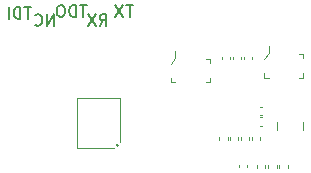
<source format=gbr>
%TF.GenerationSoftware,KiCad,Pcbnew,8.0.3*%
%TF.CreationDate,2024-06-28T03:43:35+08:00*%
%TF.ProjectId,hpm_dap,68706d5f-6461-4702-9e6b-696361645f70,rev?*%
%TF.SameCoordinates,Original*%
%TF.FileFunction,Legend,Bot*%
%TF.FilePolarity,Positive*%
%FSLAX46Y46*%
G04 Gerber Fmt 4.6, Leading zero omitted, Abs format (unit mm)*
G04 Created by KiCad (PCBNEW 8.0.3) date 2024-06-28 03:43:35*
%MOMM*%
%LPD*%
G01*
G04 APERTURE LIST*
%ADD10C,0.150000*%
%ADD11C,0.200000*%
%ADD12C,0.120000*%
%ADD13C,0.100000*%
G04 APERTURE END LIST*
D10*
X65388876Y-25440619D02*
X64817448Y-25440619D01*
X65103162Y-26440619D02*
X65103162Y-25440619D01*
X64579352Y-25440619D02*
X63912686Y-26440619D01*
X63912686Y-25440619D02*
X64579352Y-26440619D01*
X62563113Y-27200219D02*
X62896446Y-26724028D01*
X63134541Y-27200219D02*
X63134541Y-26200219D01*
X63134541Y-26200219D02*
X62753589Y-26200219D01*
X62753589Y-26200219D02*
X62658351Y-26247838D01*
X62658351Y-26247838D02*
X62610732Y-26295457D01*
X62610732Y-26295457D02*
X62563113Y-26390695D01*
X62563113Y-26390695D02*
X62563113Y-26533552D01*
X62563113Y-26533552D02*
X62610732Y-26628790D01*
X62610732Y-26628790D02*
X62658351Y-26676409D01*
X62658351Y-26676409D02*
X62753589Y-26724028D01*
X62753589Y-26724028D02*
X63134541Y-26724028D01*
X62229779Y-26200219D02*
X61563113Y-27200219D01*
X61563113Y-26200219D02*
X62229779Y-27200219D01*
X61475443Y-25440619D02*
X60904015Y-25440619D01*
X61189729Y-26440619D02*
X61189729Y-25440619D01*
X60570681Y-26440619D02*
X60570681Y-25440619D01*
X60570681Y-25440619D02*
X60332586Y-25440619D01*
X60332586Y-25440619D02*
X60189729Y-25488238D01*
X60189729Y-25488238D02*
X60094491Y-25583476D01*
X60094491Y-25583476D02*
X60046872Y-25678714D01*
X60046872Y-25678714D02*
X59999253Y-25869190D01*
X59999253Y-25869190D02*
X59999253Y-26012047D01*
X59999253Y-26012047D02*
X60046872Y-26202523D01*
X60046872Y-26202523D02*
X60094491Y-26297761D01*
X60094491Y-26297761D02*
X60189729Y-26393000D01*
X60189729Y-26393000D02*
X60332586Y-26440619D01*
X60332586Y-26440619D02*
X60570681Y-26440619D01*
X59380205Y-25440619D02*
X59189729Y-25440619D01*
X59189729Y-25440619D02*
X59094491Y-25488238D01*
X59094491Y-25488238D02*
X58999253Y-25583476D01*
X58999253Y-25583476D02*
X58951634Y-25773952D01*
X58951634Y-25773952D02*
X58951634Y-26107285D01*
X58951634Y-26107285D02*
X58999253Y-26297761D01*
X58999253Y-26297761D02*
X59094491Y-26393000D01*
X59094491Y-26393000D02*
X59189729Y-26440619D01*
X59189729Y-26440619D02*
X59380205Y-26440619D01*
X59380205Y-26440619D02*
X59475443Y-26393000D01*
X59475443Y-26393000D02*
X59570681Y-26297761D01*
X59570681Y-26297761D02*
X59618300Y-26107285D01*
X59618300Y-26107285D02*
X59618300Y-25773952D01*
X59618300Y-25773952D02*
X59570681Y-25583476D01*
X59570681Y-25583476D02*
X59475443Y-25488238D01*
X59475443Y-25488238D02*
X59380205Y-25440619D01*
X58721108Y-27200219D02*
X58721108Y-26200219D01*
X58721108Y-26200219D02*
X58149680Y-27200219D01*
X58149680Y-27200219D02*
X58149680Y-26200219D01*
X57102061Y-27104980D02*
X57149680Y-27152600D01*
X57149680Y-27152600D02*
X57292537Y-27200219D01*
X57292537Y-27200219D02*
X57387775Y-27200219D01*
X57387775Y-27200219D02*
X57530632Y-27152600D01*
X57530632Y-27152600D02*
X57625870Y-27057361D01*
X57625870Y-27057361D02*
X57673489Y-26962123D01*
X57673489Y-26962123D02*
X57721108Y-26771647D01*
X57721108Y-26771647D02*
X57721108Y-26628790D01*
X57721108Y-26628790D02*
X57673489Y-26438314D01*
X57673489Y-26438314D02*
X57625870Y-26343076D01*
X57625870Y-26343076D02*
X57530632Y-26247838D01*
X57530632Y-26247838D02*
X57387775Y-26200219D01*
X57387775Y-26200219D02*
X57292537Y-26200219D01*
X57292537Y-26200219D02*
X57149680Y-26247838D01*
X57149680Y-26247838D02*
X57102061Y-26295457D01*
D11*
X56770783Y-25588019D02*
X56199355Y-25588019D01*
X56485069Y-26588019D02*
X56485069Y-25588019D01*
X55866021Y-26588019D02*
X55866021Y-25588019D01*
X55866021Y-25588019D02*
X55627926Y-25588019D01*
X55627926Y-25588019D02*
X55485069Y-25635638D01*
X55485069Y-25635638D02*
X55389831Y-25730876D01*
X55389831Y-25730876D02*
X55342212Y-25826114D01*
X55342212Y-25826114D02*
X55294593Y-26016590D01*
X55294593Y-26016590D02*
X55294593Y-26159447D01*
X55294593Y-26159447D02*
X55342212Y-26349923D01*
X55342212Y-26349923D02*
X55389831Y-26445161D01*
X55389831Y-26445161D02*
X55485069Y-26540400D01*
X55485069Y-26540400D02*
X55627926Y-26588019D01*
X55627926Y-26588019D02*
X55866021Y-26588019D01*
X54866021Y-26588019D02*
X54866021Y-25588019D01*
D12*
%TO.C,R11*%
X77781760Y-38941159D02*
X77781760Y-39248441D01*
X78541760Y-38941159D02*
X78541760Y-39248441D01*
%TO.C,R10*%
X76816560Y-38941159D02*
X76816560Y-39248441D01*
X77576560Y-38941159D02*
X77576560Y-39248441D01*
D13*
%TO.C,D3*%
X79831200Y-31581600D02*
X79481200Y-31581600D01*
X79831200Y-31231600D02*
X79831200Y-31581600D01*
X79831200Y-29581600D02*
X79831200Y-29931600D01*
X79481200Y-29581600D02*
X79831200Y-29581600D01*
X76881200Y-29531600D02*
X76881200Y-28931600D01*
X76531200Y-31581600D02*
X76881200Y-31581600D01*
X76531200Y-31231600D02*
X76531200Y-31581600D01*
X76531200Y-29981600D02*
X76881200Y-29531600D01*
D12*
%TO.C,C14*%
X76142964Y-35666000D02*
X76358636Y-35666000D01*
X76142964Y-34946000D02*
X76358636Y-34946000D01*
%TO.C,C5*%
X75493200Y-29814430D02*
X75493200Y-30030102D01*
X74773200Y-29814430D02*
X74773200Y-30030102D01*
%TO.C,C1*%
X74552932Y-29814430D02*
X74552932Y-30030102D01*
X73832932Y-29814430D02*
X73832932Y-30030102D01*
D13*
%TO.C,D2*%
X71932800Y-31988000D02*
X71582800Y-31988000D01*
X71932800Y-31638000D02*
X71932800Y-31988000D01*
X71932800Y-29988000D02*
X71932800Y-30338000D01*
X71582800Y-29988000D02*
X71932800Y-29988000D01*
X68982800Y-29938000D02*
X68982800Y-29338000D01*
X68632800Y-31988000D02*
X68982800Y-31988000D01*
X68632800Y-31638000D02*
X68632800Y-31988000D01*
X68632800Y-30388000D02*
X68982800Y-29938000D01*
D12*
%TO.C,C8*%
X73410400Y-36620564D02*
X73410400Y-36836236D01*
X72690400Y-36620564D02*
X72690400Y-36836236D01*
%TO.C,C18*%
X76610800Y-39202636D02*
X76610800Y-38986964D01*
X75890800Y-39202636D02*
X75890800Y-38986964D01*
%TO.C,C9*%
X74324800Y-36620564D02*
X74324800Y-36836236D01*
X73604800Y-36620564D02*
X73604800Y-36836236D01*
%TO.C,L2*%
X79756475Y-36011690D02*
X79756475Y-35311690D01*
X77556475Y-36011690D02*
X77556475Y-35311690D01*
%TO.C,C10*%
X75239200Y-36620564D02*
X75239200Y-36836236D01*
X74519200Y-36620564D02*
X74519200Y-36836236D01*
%TO.C,C6*%
X73613600Y-29814430D02*
X73613600Y-30030102D01*
X72893600Y-29814430D02*
X72893600Y-30030102D01*
D11*
%TO.C,D1*%
X64147500Y-37307600D02*
G75*
G02*
X64020500Y-37307600I-63500J0D01*
G01*
X64020500Y-37307600D02*
G75*
G02*
X64147500Y-37307600I63500J0D01*
G01*
D12*
X64284000Y-37007600D02*
X64284000Y-33307600D01*
X64284000Y-33307600D02*
X60684000Y-33307600D01*
X60684000Y-37507600D02*
X63784000Y-37507600D01*
X60684000Y-33307600D02*
X60684000Y-37507600D01*
%TO.C,C11*%
X76153600Y-36620564D02*
X76153600Y-36836236D01*
X75433600Y-36620564D02*
X75433600Y-36836236D01*
%TO.C,C4*%
X75086800Y-39182636D02*
X75086800Y-38966964D01*
X74366800Y-39182636D02*
X74366800Y-38966964D01*
%TO.C,C13*%
X76142964Y-34751600D02*
X76358636Y-34751600D01*
X76142964Y-34031600D02*
X76358636Y-34031600D01*
%TD*%
M02*

</source>
